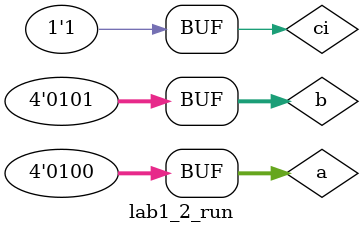
<source format=v>
`timescale 1ns / 1ps


module lab1_2_run;

	// Inputs
	reg [3:0] a;
	reg [3:0] b;
	reg ci;

	// Outputs
	wire [3:0] s;
	wire co;

	// Instantiate the Unit Under Test (UUT)
	lab1_2_DecimalAdder uut (
		.a(a), 
		.b(b), 
		.s(s), 
		.ci(ci), 
		.co(co)
	);

	initial begin
		// Initialize Inputs
		a = 0;
		b = 0;
		ci = 0;

		// Wait 100 ns for global reset to finish
		#100;
		#100 a[3]=0;a[2]=1;a[1]=0;a[0]=0;b[3]=1;b[2]=0;b[1]=0;b[0]=0;ci=0; //4+8+0=12
		#100 a[3]=1;a[2]=0;a[1]=0;a[0]=1;b[3]=1;b[2]=0;b[1]=0;b[0]=0;ci=1; //9+8+1=18
		#100 a[3]=0;a[2]=0;a[1]=1;a[0]=1;b[3]=0;b[2]=1;b[1]=0;b[0]=1;ci=0; //3+5+0=8
		#100 a[3]=0;a[2]=1;a[1]=1;a[0]=0;b[3]=0;b[2]=1;b[1]=1;b[0]=0;ci=0; //6+6+0=12
		#100 a[3]=0;a[2]=1;a[1]=0;a[0]=0;b[3]=0;b[2]=1;b[1]=0;b[0]=1;ci=1; //4+5+1=10
        
		// Add stimulus here

	end
      
endmodule


</source>
